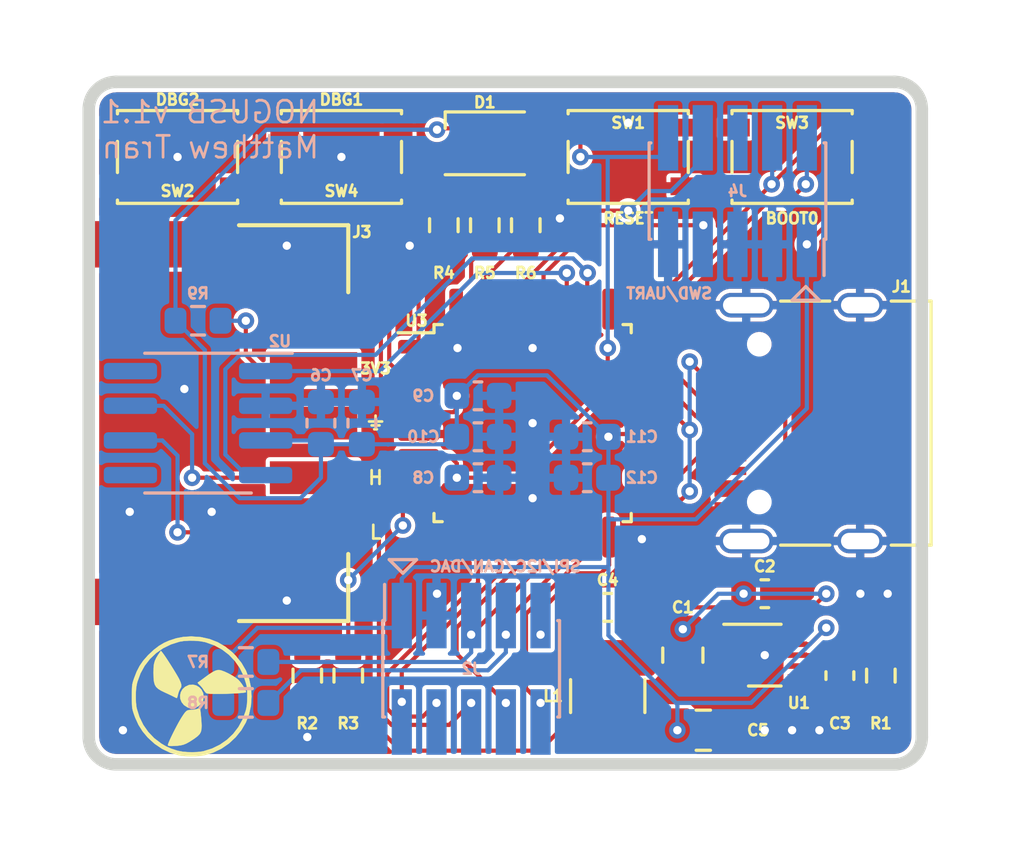
<source format=kicad_pcb>
(kicad_pcb (version 20211014) (generator pcbnew)
  (layers (0 "F.Cu" signal) (31 "B.Cu" signal) (34 "B.Paste" user) (35 "F.Paste" user) (36 "B.SilkS" user "B.Silkscreen") (37 "F.SilkS" user "F.Silkscreen") (38 "B.Mask" user) (39 "F.Mask" user) (44 "Edge.Cuts" user))
  (net 0 "")
  (net 1 "GND")
  (net 2 "+3V3")
  (net 3 "/RST")
  (net 4 "Net-(D1-Pad4)")
  (net 5 "Net-(D1-Pad3)")
  (net 6 "Net-(D1-Pad2)")
  (net 7 "/CAN/CANH")
  (net 8 "/CAN/CANL")
  (net 9 "/LED_B")
  (net 10 "/LED_G")
  (net 11 "/LED_R")
  (net 12 "/DBG2")
  (net 13 "/DBG1")
  (net 14 "/CAN_TX")
  (net 15 "/CAN_RX")
  (net 16 "/NOGGIN/PA2")
  (net 17 "/NOGGIN/PA13(SWDIO)")
  (net 18 "/NOGGIN/PB6")
  (net 19 "/NOGGIN/PD3")
  (net 20 "/NOGGIN/PD2")
  (net 21 "VBUS")
  (net 22 "Net-(C3-Pad1)")
  (net 23 "Net-(C4-Pad2)")
  (net 24 "Net-(C4-Pad1)")
  (net 25 "/USB_CC2")
  (net 26 "/USB_DP")
  (net 27 "Net-(J1-PadA8)")
  (net 28 "/USB_CC1")
  (net 29 "Net-(J1-PadB8)")
  (net 30 "/USB_DM")
  (net 31 "/CAN2_RX")
  (net 32 "/CAN2_TX")
  (net 33 "/DAC")
  (net 34 "/I2C_SCL")
  (net 35 "/SPI_CLK")
  (net 36 "/I2C_SDA")
  (net 37 "/SPI_MISO")
  (net 38 "/SPI_MOSI")
  (net 39 "Net-(J3-Pad1)")
  (net 40 "Net-(J3-Pad2)")
  (net 41 "Net-(J4-Pad6)")
  (net 42 "/BOOT0")
  (net 43 "Net-(R1-Pad2)")
  (net 44 "/VBUS_MON")
  (net 45 "Net-(U1-Pad7)")
  (net 46 "Net-(U2-Pad8)")
  (net 47 "Net-(U2-Pad5)")
  (footprint "LED_SMD:LED_Cree-PLCC4_2x2mm_CW" (layer "F.Cu") (at 148.25 89.75)
    (fp_text reference "D1")
    (fp_text value "LED_ARGB")
  )
  (footprint "Resistor_SMD:R_0603_1608Metric" (layer "F.Cu") (at 146.75 92.75 90)
    (fp_text reference "R4")
    (fp_text value "47")
  )
  (footprint "Resistor_SMD:R_0603_1608Metric" (layer "F.Cu") (at 148.25 92.75 90)
    (fp_text reference "R5")
    (fp_text value "47")
  )
  (footprint "Resistor_SMD:R_0603_1608Metric" (layer "F.Cu") (at 149.75 92.75 90)
    (fp_text reference "R6")
    (fp_text value "47")
  )
  (footprint "Button_Switch_SMD:SW_SPST_PTS810" (layer "F.Cu") (at 137 90.25 180)
    (fp_text reference "SW2")
    (fp_text value "DBG2")
  )
  (footprint "Button_Switch_SMD:SW_SPST_PTS810" (layer "F.Cu") (at 143 90.25 180)
    (fp_text reference "SW4")
    (fp_text value "DBG1")
  )
  (footprint "Button_Switch_SMD:SW_SPST_PTS810" (layer "F.Cu") (at 153.5 90.25)
    (fp_text reference "SW1")
    (fp_text value "RST")
  )
  (footprint "Package_QFP:LQFP-32_7x7mm_P0.8mm" (layer "F.Cu") (at 150 100)
    (fp_text reference "U3")
    (fp_text value "STM32G0B1KxTxN")
  )
  (footprint "Capacitor_SMD:C_0805_2012Metric" (layer "F.Cu") (at 155.5 108.5 -90)
    (fp_text reference "C1")
    (fp_text value "22u")
  )
  (footprint "Capacitor_SMD:C_0603_1608Metric" (layer "F.Cu") (at 161.25 109.25 -90)
    (fp_text reference "C3")
    (fp_text value "1u")
  )
  (footprint "Capacitor_SMD:C_0805_2012Metric" (layer "F.Cu") (at 156.25 111.25)
    (fp_text reference "C5")
    (fp_text value "22u")
  )
  (footprint "Resistor_SMD:R_0603_1608Metric" (layer "F.Cu") (at 143.25 109.25 90)
    (fp_text reference "R2")
    (fp_text value "100k")
  )
  (footprint "Resistor_SMD:R_0603_1608Metric" (layer "F.Cu") (at 141.75 109.25 -90)
    (fp_text reference "R3")
    (fp_text value "10k")
  )
  (footprint "extraparts:MAX77596ETBB+" (layer "F.Cu") (at 158.5 108.5)
    (fp_text reference "U1")
    (fp_text value "MAX77596ETBB+")
  )
  (footprint "Connector_USB:USB_C_Receptacle_Palconn_UTC16-G" (layer "F.Cu") (at 159.75 100 90)
    (fp_text reference "J1")
    (fp_text value "USB4105-GF-A")
  )
  (footprint "Inductor_SMD:L_1210_3225Metric" (layer "F.Cu") (at 152.75 110 -90)
    (fp_text reference "L1")
    (fp_text value "10u")
  )
  (footprint "Capacitor_SMD:C_0603_1608Metric" (layer "F.Cu") (at 158.5 106.25)
    (fp_text reference "C2")
    (fp_text value "100n")
  )
  (footprint "Resistor_SMD:R_0603_1608Metric" (layer "F.Cu") (at 162.75 109.25 -90)
    (fp_text reference "R1")
    (fp_text value "100k")
  )
  (footprint "Button_Switch_SMD:SW_SPST_PTS810" (layer "F.Cu") (at 159.5 90.25)
    (fp_text reference "SW3")
    (fp_text value "BOOT0")
  )
  (footprint "extraparts:Molex_DuraClik_RH_5pin" (layer "F.Cu") (at 133.75 100 -90)
    (fp_text reference "J3")
    (fp_text value "CAN")
  )
  (footprint "Capacitor_SMD:C_0603_1608Metric" (layer "F.Cu") (at 152.75 106.75)
    (fp_text reference "C4")
    (fp_text value "100n")
  )
  (footprint "extraparts:auv_logo" (layer "F.Cu") (at 137.5 110)
    (fp_text reference "H1" hide)
    (fp_text value "Logo" hide)
  )
  (footprint "Capacitor_SMD:C_0603_1608Metric" (layer "B.Cu") (at 142.25 100 90)
    (fp_text reference "C6")
    (fp_text value "100n")
  )
  (footprint "Package_SO:SOIC-8_3.9x4.9mm_P1.27mm" (layer "B.Cu") (at 137.75 100 180)
    (fp_text reference "U2")
    (fp_text value "TCAN330G")
  )
  (footprint "Capacitor_SMD:C_0603_1608Metric" (layer "B.Cu") (at 143.75 100 90)
    (fp_text reference "C7")
    (fp_text value "4.7u")
  )
  (footprint "Capacitor_SMD:C_0603_1608Metric" (layer "B.Cu") (at 148 102)
    (fp_text reference "C8")
    (fp_text value "100n")
  )
  (footprint "Capacitor_SMD:C_0603_1608Metric" (layer "B.Cu") (at 148 100.5)
    (fp_text reference "C10")
    (fp_text value "4.7u")
  )
  (footprint "Capacitor_SMD:C_0603_1608Metric" (layer "B.Cu") (at 152 100.5 180)
    (fp_text reference "C11")
    (fp_text value "100n")
  )
  (footprint "Capacitor_SMD:C_0603_1608Metric" (layer "B.Cu") (at 152 102 180)
    (fp_text reference "C12")
    (fp_text value "4.7u")
  )
  (footprint "Connector_PinHeader_1.27mm:PinHeader_2x05_P1.27mm_Vertical_SMD" (layer "B.Cu") (at 157.5 91.5 90)
    (fp_text reference "J4")
    (fp_text value "SWD_UART")
  )
  (footprint "Resistor_SMD:R_0603_1608Metric" (layer "B.Cu") (at 139.5 108.75 180)
    (fp_text reference "R7")
    (fp_text value "2k2")
  )
  (footprint "Resistor_SMD:R_0603_1608Metric" (layer "B.Cu") (at 139.5 110.25 180)
    (fp_text reference "R8")
    (fp_text value "2k2")
  )
  (footprint "Capacitor_SMD:C_0603_1608Metric" (layer "B.Cu") (at 148 99)
    (fp_text reference "C9")
    (fp_text value "100n")
  )
  (footprint "Connector_PinHeader_1.27mm:PinHeader_2x05_P1.27mm_Vertical_SMD" (layer "B.Cu") (at 147.75 109 -90)
    (fp_text reference "J2")
    (fp_text value "SPI/I2C/CAN/DAC")
  )
  (footprint "Resistor_SMD:R_0603_1608Metric" (layer "B.Cu") (at 137.75 96.25)
    (fp_text reference "R9")
    (fp_text value "0")
  )
  (gr_line (start 160.5 95.5) (end 160 95) (layer "B.SilkS") (width 0.12))
  (gr_line (start 144.75 105) (end 145.25 105.5) (layer "B.SilkS") (width 0.12))
  (gr_line (start 160 95) (end 159.5 95.5) (layer "B.SilkS") (width 0.12))
  (gr_line (start 159.5 95.5) (end 160.5 95.5) (layer "B.SilkS") (width 0.12))
  (gr_line (start 145.75 105) (end 144.75 105) (layer "B.SilkS") (width 0.12))
  (gr_line (start 145.25 105.5) (end 145.75 105) (layer "B.SilkS") (width 0.12))
  (gr_line (start 164.25 111.5) (end 164.25 88.5) (layer "Edge.Cuts") (width 0.4572))
  (gr_line (start 163.25 87.5) (end 134.75 87.5) (layer "Edge.Cuts") (width 0.4572))
  (gr_arc (start 134.75 112.5) (mid 134.042893 112.207107) (end 133.75 111.5) (layer "Edge.Cuts") (width 0.4572))
  (gr_arc (start 133.75 88.5) (mid 134.042893 87.792893) (end 134.75 87.5) (layer "Edge.Cuts") (width 0.4572))
  (gr_line (start 133.75 88.5) (end 133.75 111.5) (layer "Edge.Cuts") (width 0.4572))
  (gr_arc (start 164.25 111.5) (mid 163.957107 112.207107) (end 163.25 112.5) (layer "Edge.Cuts") (width 0.4572))
  (gr_line (start 134.75 112.5) (end 163.25 112.5) (layer "Edge.Cuts") (width 0.4572))
  (gr_arc (start 163.25 87.5) (mid 163.957107 87.792893) (end 164.25 88.5) (layer "Edge.Cuts") (width 0.4572))
  (gr_text "SWD/UART" (at 155 95.25) (layer "B.SilkS") (effects (font (size 0.4 0.4) (thickness 0.1)) (justify mirror)))
  (gr_text "NOGUSB v1.1\nMatthew Tran" (at 142.25 89.25) (layer "B.SilkS") (effects (font (size 0.8 0.8) (thickness 0.1)) (justify left mirror)))
  (gr_text "SPI/I2C/CAN/DAC" (at 149 105.25) (layer "B.SilkS") (effects (font (size 0.4 0.4) (thickness 0.1)) (justify mirror)))
  (gr_text "BOOT0" (at 159.5 92.5) (layer "F.SilkS") (effects (font (size 0.4 0.4) (thickness 0.1))))
  (gr_text "DBG1" (at 143 88.15) (layer "F.SilkS") (effects (font (size 0.4 0.4) (thickness 0.1))))
  (gr_text "DBG2" (at 137 88.15) (layer "F.SilkS") (effects (font (size 0.4 0.4) (thickness 0.1))))
  (gr_text "⏚" (at 144.25 100) (layer "F.SilkS") (effects (font (size 0.5 0.5) (thickness 0.1))))
  (gr_text "H" (at 144.25 102) (layer "F.SilkS") (effects (font (size 0.5 0.5) (thickness 0.1))))
  (gr_text "3V3" (at 144.25 98) (layer "F.SilkS") (effects (font (size 0.4 0.4) (thickness 0.1))))
  (gr_text "RESET" (at 153.5 92.5) (layer "F.SilkS") (effects (font (size 0.4 0.4) (thickness 0.1))))
  (gr_text "L" (at 144.25 104) (layer "F.SilkS") (effects (font (size 0.5 0.5) (thickness 0.1))))
  (segment (start 157.3062 108.899999) (end 157.3062 109.300001) (width 0.1524) (layer "F.Cu") (net 1))
  (via (at 137 90.25) (size 0.6096) (drill 0.3048) (layers "F.Cu" "B.Cu") (net 1))
  (via (at 143 90.25) (size 0.6096) (drill 0.3048) (layers "F.Cu" "B.Cu") (net 1))
  (via (at 150 100) (size 0.6096) (drill 0.3048) (layers "F.Cu" "B.Cu") (net 1))
  (via (at 160.5 111.25) (size 0.6096) (drill 0.3048) (layers "F.Cu" "B.Cu") (net 1))
  (via (at 141 93.5) (size 0.6096) (drill 0.3048) (layers "F.Cu" "B.Cu") (net 1))
  (via (at 145.5 93.5) (size 0.6096) (drill 0.3048) (layers "F.Cu" "B.Cu") (net 1))
  (via (at 138.25 103.25) (size 0.6096) (drill 0.3048) (layers "F.Cu" "B.Cu") (net 1))
  (via (at 163 106.25) (size 0.6096) (drill 0.3048) (layers "F.Cu" "B.Cu") (net 1))
  (via (at 141 106.5) (size 0.6096) (drill 0.3048) (layers "F.Cu" "B.Cu") (net 1))
  (via (at 162 106.25) (size 0.6096) (drill 0.3048) (layers "F.Cu" "B.Cu") (net 1))
  (via (at 153.5 89) (size 0.6096) (drill 0.3048) (layers "F.Cu" "B.Cu") (net 1))
  (via (at 146.5 106.25) (size 0.6096) (drill 0.3048) (layers "F.Cu" "B.Cu") (net 1))
  (via (at 147.25 97.25) (size 0.6096) (drill 0.3048) (layers "F.Cu" "B.Cu") (net 1))
  (via (at 141.75 111.5) (size 0.6096) (drill 0.3048) (layers "F.Cu" "B.Cu") (net 1))
  (via (at 150 97.25) (size 0.6096) (drill 0.3048) (layers "F.Cu" "B.Cu") (net 1))
  (via (at 137.25 98.75) (size 0.6096) (drill 0.3048) (layers "F.Cu" "B.Cu") (net 1))
  (via (at 158.5 111.25) (size 0.6096) (drill 0.3048) (layers "F.Cu" "B.Cu") (net 1))
  (via (at 151 92.5) (size 0.6096) (drill 0.3048) (layers "F.Cu" "B.Cu") (net 1))
  (via (at 154 104.25) (size 0.6096) (drill 0.3048) (layers "F.Cu" "B.Cu") (net 1))
  (via (at 135.25 103.25) (size 0.6096) (drill 0.3048) (layers "F.Cu" "B.Cu") (net 1))
  (via (at 135 111.25) (size 0.6096) (drill 0.3048) (layers "F.Cu" "B.Cu") (net 1))
  (via (at 159.5 111.25) (size 0.6096) (drill 0.3048) (layers "F.Cu" "B.Cu") (net 1))
  (via (at 158.5 108.5) (size 0.6096) (drill 0.3048) (layers "F.Cu" "B.Cu") (net 1))
  (via (at 150 102.75) (size 0.6096) (drill 0.3048) (layers "F.Cu" "B.Cu") (net 1))
  (segment (start 147.1 99.6) (end 147.225 99.475) (width 0.1524) (layer "F.Cu") (net 2))
  (segment (start 160.149999 108.100001) (end 160.75 107.5) (width 0.1524) (layer "F.Cu") (net 2))
  (segment (start 146.550006 89.2) (end 146.500006 89.25) (width 0.1524) (layer "F.Cu") (net 2))
  (segment (start 159.6938 108.100001) (end 160.149999 108.100001) (width 0.1524) (layer "F.Cu") (net 2))
  (segment (start 161.575 91.325) (end 161.575 91.915) (width 0.1524) (layer "F.Cu") (net 2))
  (segment (start 154.175 100.4) (end 152.875 100.4) (width 0.1524) (layer "F.Cu") (net 2))
  (segment (start 152.875 100.4) (end 152.775 100.5) (width 0.1524) (layer "F.Cu") (net 2))
  (segment (start 161.575 91.915) (end 160.04 93.45) (width 0.1524) (layer "F.Cu") (net 2))
  (segment (start 147.225 99.475) (end 147.225 99) (width 0.1524) (layer "F.Cu") (net 2))
  (segment (start 145.825 99.6) (end 147.1 99.6) (width 0.1524) (layer "F.Cu") (net 2))
  (segment (start 147.5 89.2) (end 146.550006 89.2) (width 0.1524) (layer "F.Cu") (net 2))
  (via (at 146.500006 89.25) (size 0.6096) (drill 0.3048) (layers "F.Cu" "B.Cu") (net 2))
  (via (at 155.3 111.25) (size 0.6096) (drill 0.3048) (layers "F.Cu" "B.Cu") (net 2))
  (via (at 160.04 93.45) (size 0.6096) (drill 0.3048) (layers "F.Cu" "B.Cu") (net 2))
  (via (at 152.775 100.5) (size 0.6096) (drill 0.3048) (layers "F.Cu" "B.Cu") (net 2))
  (via (at 160.75 107.5) (size 0.6096) (drill 0.3048) (layers "F.Cu" "B.Cu") (net 2))
  (via (at 147.225 99) (size 0.6096) (drill 0.3048) (layers "F.Cu" "B.Cu") (net 2))
  (segment (start 141.5 102.75) (end 139.279782 102.75) (width 0.1524) (layer "B.Cu") (net 2))
  (segment (start 138.675 108.75) (end 138.675 110.25) (width 0.1524) (layer "B.Cu") (net 2))
  (segment (start 155.975 103.525) (end 160.04 99.46) (width 0.1524) (layer "B.Cu") (net 2))
  (segment (start 145.21 107.5) (end 139.925 107.5) (width 0.1524) (layer "B.Cu") (net 2))
  (segment (start 150.525 98.25) (end 152.775 100.5) (width 0.1524) (layer "B.Cu") (net 2))
  (segment (start 142.25 102) (end 141.5 102.75) (width 0.1524) (layer "B.Cu") (net 2))
  (segment (start 145.21 105.6976) (end 145.6326 105.275) (width 0.1524) (layer "B.Cu") (net 2))
  (segment (start 155.3 111.25) (end 155.3 110.3) (width 0.1524) (layer "B.Cu") (net 2))
  (segment (start 143.75 100.775) (end 142.25 100.775) (width 0.1524) (layer "B.Cu") (net 2))
  (segment (start 142.11 100.635) (end 142.25 100.775) (width 0.1524) (layer "B.Cu") (net 2))
  (segment (start 155.25 110.25) (end 152.775 107.775) (width 0.1524) (layer "B.Cu") (net 2))
  (segment (start 139.925 107.5) (end 138.675 108.75) (width 0.1524) (layer "B.Cu") (net 2))
  (segment (start 160.75 107.5) (end 158 110.25) (width 0.1524) (layer "B.Cu") (net 2))
  (segment (start 147.25 99) (end 148 98.25) (width 0.1524) (layer "B.Cu") (net 2))
  (segment (start 146.95 100.775) (end 147.225 100.5) (width 0.1524) (layer "B.Cu") (net 2))
  (segment (start 144.71 100.79) (end 144.725 100.775) (width 0.1524) (layer "B.Cu") (net 2))
  (segment (start 152.775 100.5) (end 152.775 102) (width 0.1524) (layer "B.Cu") (net 2))
  (segment (start 152.775 103.525) (end 155.975 103.525) (width 0.1524) (layer "B.Cu") (net 2))
  (segment (start 145.21 107.05) (end 145.21 105.6976) (width 0.1524) (layer "B.Cu") (net 2))
  (segment (start 140.25 89.25) (end 146.500006 89.25) (width 0.1524) (layer "B.Cu") (net 2))
  (segment (start 143.75 100.775) (end 144.725 100.775) (width 0.1524) (layer "B.Cu") (net 2))
  (segment (start 140.225 100.635) (end 142.11 100.635) (width 0.1524) (layer "B.Cu") (net 2))
  (segment (start 138 101.470218) (end 138 97.325) (width 0.1524) (layer "B.Cu") (net 2))
  (segment (start 142.25 100.775) (end 142.25 102) (width 0.1524) (layer "B.Cu") (net 2))
  (segment (start 152.775 103.525) (end 152.775 102) (width 0.1524) (layer "B.Cu") (net 2))
  (segment (start 144.725 100.775) (end 146.95 100.775) (width 0.1524) (layer "B.Cu") (net 2))
  (segment (start 145.6326 105.275) (end 152.775 105.275) (width 0.1524) (layer "B.Cu") (net 2))
  (segment (start 136.925 96.25) (end 136.925 92.575) (width 0.1524) (layer "B.Cu") (net 2))
  (segment (start 147.225 99) (end 147.225 100.5) (width 0.1524) (layer "B.Cu") (net 2))
  (segment (start 152.775 107.775) (end 152.775 105.275) (width 0.1524) (layer "B.Cu") (net 2))
  (segment (start 158 110.25) (end 155.25 110.25) (width 0.1524) (layer "B.Cu") (net 2))
  (segment (start 160.04 99.46) (end 160.04 93.45) (width 0.1524) (layer "B.Cu") (net 2))
  (segment (start 136.925 92.575) (end 140.25 89.25) (width 0.1524) (layer "B.Cu") (net 2))
  (segment (start 138 97.325) (end 136.925 96.25) (width 0.1524) (layer "B.Cu") (net 2))
  (segment (start 155.3 110.3) (end 155.25 110.25) (width 0.1524) (layer "B.Cu") (net 2))
  (segment (start 152.775 105.275) (end 152.775 103.525) (width 0.1524) (layer "B.Cu") (net 2))
  (segment (start 148 98.25) (end 150.525 98.25) (width 0.1524) (layer "B.Cu") (net 2))
  (segment (start 145.21 107.05) (end 145.21 107.5) (width 0.1524) (layer "B.Cu") (net 2))
  (segment (start 139.279782 102.75) (end 138 101.470218) (width 0.1524) (layer "B.Cu") (net 2))
  (segment (start 147.225 99) (end 147.25 99) (width 0.1524) (layer "B.Cu") (net 2))
  (segment (start 149.5 102) (end 152.74998 98.75002) (width 0.1524) (layer "F.Cu") (net 3))
  (segment (start 152.74998 98.75002) (end 152.74998 97.25) (width 0.1524) (layer "F.Cu") (net 3))
  (segment (start 145.825 101.2) (end 146.95 101.2) (width 0.1524) (layer "F.Cu") (net 3))
  (segment (start 147.225 102) (end 149.5 102) (width 0.1524) (layer "F.Cu") (net 3))
  (segment (start 151.75 90.25) (end 151.75 89) (width 0.1524) (layer "F.Cu") (net 3))
  (segment (start 147.225 101.475) (end 147.225 102) (width 0.1524) (layer "F.Cu") (net 3))
  (segment (start 146.95 101.2) (end 147.225 101.475) (width 0.1524) (layer "F.Cu") (net 3))
  (via (at 152.74998 97.25) (size 0.6096) (drill 0.3048) (layers "F.Cu" "B.Cu") (net 3))
  (via (at 151.75 90.25) (size 0.6096) (drill 0.3048) (layers "F.Cu" "B.Cu") (net 3))
  (via (at 147.225 102) (size 0.6096) (drill 0.3048) (layers "F.Cu" "B.Cu") (net 3))
  (segment (start 152.75 97.24998) (end 152.74998 97.25) (width 0.1524) (layer "B.Cu") (net 3))
  (segment (start 152.75 90.25) (end 152.75 97.24998) (width 0.1524) (layer "B.Cu") (net 3))
  (segment (start 151.75 90.25) (end 152.75 90.25) (width 0.1524) (layer "B.Cu") (net 3))
  (segment (start 151.75 90.25) (end 155 90.25) (width 0.1524) (layer "B.Cu") (net 3))
  (segment (start 147.5 91.175) (end 147.5 90.3) (width 0.1524) (layer "F.Cu") (net 4))
  (segment (start 146.75 91.925) (end 147.5 91.175) (width 0.1524) (layer "F.Cu") (net 4))
  (segment (start 148.25 91.925) (end 149 91.175) (width 0.1524) (layer "F.Cu") (net 5))
  (segment (start 149 91.175) (end 149 90.3) (width 0.1524) (layer "F.Cu") (net 5))
  (segment (start 149.6524 89.2) (end 149.75 89.2976) (width 0.1524) (layer "F.Cu") (net 6))
  (segment (start 149 89.2) (end 149.6524 89.2) (width 0.1524) (layer "F.Cu") (net 6))
  (segment (start 149.75 89.2976) (end 149.75 91.925) (width 0.1524) (layer "F.Cu") (net 6))
  (segment (start 137.5334 102) (end 141.98 102) (width 0.1524) (layer "F.Cu") (net 7))
  (via (at 137.5334 102) (size 0.6096) (drill 0.3048) (layers "F.Cu" "B.Cu") (net 7))
  (segment (start 136.49 99.365) (end 137.5334 100.4084) (width 0.1524) (layer "B.Cu") (net 7))
  (segment (start 137.5334 100.4084) (end 137.5334 102) (width 0.1524) (layer "B.Cu") (net 7))
  (segment (start 135.275 99.365) (end 136.49 99.365) (width 0.1524) (layer "B.Cu") (net 7))
  (segment (start 137 104) (end 141.98 104) (width 0.1524) (layer "F.Cu") (net 8))
  (via (at 137 104) (size 0.6096) (drill 0.3048) (layers "F.Cu" "B.Cu") (net 8))
  (segment (start 137 101.1925) (end 137 104) (width 0.1524) (layer "B.Cu") (net 8))
  (segment (start 136.4425 100.635) (end 137 101.1925) (width 0.1524) (layer "B.Cu") (net 8))
  (segment (start 135.275 100.635) (end 136.4425 100.635) (width 0.1524) (layer "B.Cu") (net 8))
  (segment (start 145.825 94.5) (end 146.75 93.575) (width 0.1524) (layer "F.Cu") (net 9))
  (segment (start 145.825 97.2) (end 145.825 94.5) (width 0.1524) (layer "F.Cu") (net 9))
  (segment (start 147.2 95.825) (end 147.2 95.3) (width 0.1524) (layer "F.Cu") (net 10))
  (segment (start 147.75 94.75) (end 147.75 94.075) (width 0.1524) (layer "F.Cu") (net 10))
  (segment (start 147.75 94.075) (end 148.25 93.575) (width 0.1524) (layer "F.Cu") (net 10))
  (segment (start 147.2 95.3) (end 147.75 94.75) (width 0.1524) (layer "F.Cu") (net 10))
  (segment (start 149.356067 93.575) (end 149.75 93.575) (width 0.1524) (layer "F.Cu") (net 11))
  (segment (start 148 95.825) (end 148 94.931067) (width 0.1524) (layer "F.Cu") (net 11))
  (segment (start 148 94.931067) (end 149.356067 93.575) (width 0.1524) (layer "F.Cu") (net 11))
  (segment (start 144 92) (end 140 92) (width 0.1524) (layer "F.Cu") (net 12))
  (segment (start 144.8 98.8) (end 144.44519 98.44519) (width 0.1524) (layer "F.Cu") (net 12))
  (segment (start 144.44519 92.44519) (end 144 92) (width 0.1524) (layer "F.Cu") (net 12))
  (segment (start 139.325 91.325) (end 139.075 91.325) (width 0.1524) (layer "F.Cu") (net 12))
  (segment (start 145.825 98.8) (end 144.8 98.8) (width 0.1524) (layer "F.Cu") (net 12))
  (segment (start 140 92) (end 139.325 91.325) (width 0.1524) (layer "F.Cu") (net 12))
  (segment (start 144.44519 98.44519) (end 144.44519 92.44519) (width 0.1524) (layer "F.Cu") (net 12))
  (segment (start 144.95625 98) (end 144.75 97.79375) (width 0.1524) (layer "F.Cu") (net 13))
  (segment (start 144.75 97.79375) (end 144.75 91.25) (width 0.1524) (layer "F.Cu") (net 13))
  (segment (start 145.825 98) (end 144.95625 98) (width 0.1524) (layer "F.Cu") (net 13))
  (segment (start 151.2 95.825) (end 151.250056 95.774944) (width 0.1524) (layer "F.Cu") (net 14))
  (segment (start 151.250056 95.774944) (end 151.250056 94.5) (width 0.1524) (layer "F.Cu") (net 14))
  (via (at 151.250056 94.5) (size 0.6096) (drill 0.3048) (layers "F.Cu" "B.Cu") (net 14))
  (segment (start 144.405 98.095) (end 148 94.5) (width 0.1524) (layer "B.Cu") (net 14))
  (segment (start 148 94.5) (end 151.250056 94.5) (width 0.1524) (layer "B.Cu") (net 14))
  (segment (start 140.225 98.095) (end 144.405 98.095) (width 0.1524) (layer "B.Cu") (net 14))
  (segment (start 152 95.825) (end 152 94.512047) (width 0.1524) (layer "F.Cu") (net 15))
  (segment (start 152 94.512047) (end 152.012059 94.499988) (width 0.1524) (layer "F.Cu") (net 15))
  (via (at 152.012059 94.499988) (size 0.6096) (drill 0.3048) (layers "F.Cu" "B.Cu") (net 15))
  (segment (start 144.25 97.5) (end 139.279782 97.5) (width 0.1524) (layer "B.Cu") (net 15))
  (segment (start 151.47867 93.966599) (end 147.783401 93.966599) (width 0.1524) (layer "B.Cu") (net 15))
  (segment (start 152.012059 94.499988) (end 151.47867 93.966599) (width 0.1524) (layer "B.Cu") (net 15))
  (segment (start 138.75 98.029782) (end 138.75 101.15) (width 0.1524) (layer "B.Cu") (net 15))
  (segment (start 139.505 101.905) (end 140.225 101.905) (width 0.1524) (layer "B.Cu") (net 15))
  (segment (start 147.783401 93.966599) (end 144.25 97.5) (width 0.1524) (layer "B.Cu") (net 15))
  (segment (start 139.279782 97.5) (end 138.75 98.029782) (width 0.1524) (layer "B.Cu") (net 15))
  (segment (start 138.75 101.15) (end 139.505 101.905) (width 0.1524) (layer "B.Cu") (net 15))
  (segment (start 154.75 95.75) (end 154.75 97.2) (width 0.1524) (layer "F.Cu") (net 17))
  (segment (start 158.5 92) (end 154.75 95.75) (width 0.1524) (layer "F.Cu") (net 17))
  (segment (start 159.25 92) (end 158.5 92) (width 0.1524) (layer "F.Cu") (net 17))
  (segment (start 160 91.25) (end 159.25 92) (width 0.1524) (layer "F.Cu") (net 17))
  (segment (start 154.75 97.2) (end 154.175 97.2) (width 0.1524) (layer "F.Cu") (net 17))
  (via (at 160 91.25) (size 0.6096) (drill 0.3048) (layers "F.Cu" "B.Cu") (net 17))
  (segment (start 160.04 91.21) (end 160 91.25) (width 0.1524) (layer "B.Cu") (net 17))
  (segment (start 160.04 89.55) (end 160.04 91.21) (width 0.1524) (layer "B.Cu") (net 17))
  (segment (start 149.6 94.929556) (end 152.312956 92.2166) (width 0.1524) (layer "F.Cu") (net 19))
  (segment (start 149.6 95.825) (end 149.6 94.929556) (width 0.1524) (layer "F.Cu") (net 19))
  (segment (start 152.312956 92.2166) (end 153.5 92.2166) (width 0.1524) (layer "F.Cu") (net 19))
  (via (at 153.5 92.2166) (size 0.6096) (drill 0.3048) (layers "F.Cu" "B.Cu") (net 19))
  (segment (start 155.0662 91.5) (end 156.23 90.3362) (width 0.1524) (layer "B.Cu") (net 19))
  (segment (start 153.5 92.2166) (end 154.2166 91.5) (width 0.1524) (layer "B.Cu") (net 19))
  (segment (start 154.2166 91.5) (end 155.0662 91.5) (width 0.1524) (layer "B.Cu") (net 19))
  (segment (start 156.23 90.3362) (end 156.23 89.55) (width 0.1524) (layer "B.Cu") (net 19))
  (segment (start 150.4 94.560622) (end 150.4 95.825) (width 0.1524) (layer "F.Cu") (net 20))
  (segment (start 156.25 92.75) (end 152.210622 92.75) (width 0.1524) (layer "F.Cu") (net 20))
  (segment (start 152.210622 92.75) (end 150.4 94.560622) (width 0.1524) (layer "F.Cu") (net 20))
  (via (at 156.25 92.75) (size 0.6096) (drill 0.3048) (layers "F.Cu" "B.Cu") (net 20))
  (segment (start 156.23 92.77) (end 156.25 92.75) (width 0.1524) (layer "B.Cu") (net 20))
  (segment (start 156.23 93.45) (end 156.23 92.77) (width 0.1524) (layer "B.Cu") (net 20))
  (segment (start 151 106.608498) (end 151.663277 105.945221) (width 0.1524) (layer "F.Cu") (net 21))
  (segment (start 156.3 107.55) (end 155.5 107.55) (width 0.1524) (layer "F.Cu") (net 21))
  (segment (start 157.39 102.25) (end 159.25 102.25) (width 0.1524) (layer "F.Cu") (net 21))
  (segment (start 157.3062 108.100001) (end 156.850001 108.100001) (width 0.1524) (layer "F.Cu") (net 21))
  (segment (start 159.6938 107.699999) (end 159.6938 107.3062) (width 0.1524) (layer "F.Cu") (net 21))
  (segment (start 143.25 110.075) (end 145.175 112) (width 0.1524) (layer "F.Cu") (net 21))
  (segment (start 159.6938 107.3062) (end 160.749974 106.250026) (width 0.1524) (layer "F.Cu") (net 21))
  (segment (start 150.25 112) (end 151 111.25) (width 0.1524) (layer "F.Cu") (net 21))
  (segment (start 157.24 97.6) (end 157.9724 97.6) (width 0.1524) (layer "F.Cu") (net 21))
  (segment (start 159.25 104.725) (end 157.72498 106.25002) (width 0.1524) (layer "F.Cu") (net 21))
  (segment (start 145.175 112) (end 150.25 112) (width 0.1524) (layer "F.Cu") (net 21))
  (segment (start 157.420181 105.945221) (end 157.72498 106.25002) (width 0.1524) (layer "F.Cu") (net 21))
  (segment (start 157.9724 97.6) (end 159.25 98.8776) (width 0.1524) (layer "F.Cu") (net 21))
  (segment (start 159.25 98.8776) (end 159.25 102.25) (width 0.1524) (layer "F.Cu") (net 21))
  (segment (start 156.850001 108.100001) (end 156.3 107.55) (width 0.1524) (layer "F.Cu") (net 21))
  (segment (start 160.749974 106.250026) (end 160.75 106.250026) (width 0.1524) (layer "F.Cu") (net 21))
  (segment (start 151.663277 105.945221) (end 157.420181 105.945221) (width 0.1524) (layer "F.Cu") (net 21))
  (segment (start 151 111.25) (end 151 106.608498) (width 0.1524) (layer "F.Cu") (net 21))
  (segment (start 159.25 102.25) (end 159.25 104.725) (width 0.1524) (layer "F.Cu") (net 21))
  (segment (start 157.24 102.4) (end 157.39 102.25) (width 0.1524) (layer "F.Cu") (net 21))
  (via (at 157.72498 106.25002) (size 0.6096) (drill 0.3048) (layers "F.Cu" "B.Cu") (net 21))
  (via (at 160.75 106.25) (size 0.6096) (drill 0.3048) (layers "F.Cu" "B.Cu") (net 21))
  (via (at 155.5 107.55) (size 0.6096) (drill 0.3048) (layers "F.Cu" "B.Cu") (net 21))
  (segment (start 156.79998 106.25002) (end 157.72498 106.25002) (width 0.1524) (layer "B.Cu") (net 21))
  (segment (start 157.72498 106.25002) (end 157.725 106.25) (width 0.1524) (layer "B.Cu") (net 21))
  (segment (start 160.749974 106.25) (end 160.75 106.250026) (width 0.1524) (layer "B.Cu") (net 21))
  (segment (start 157.725 106.25) (end 160.749974 106.25) (width 0.1524) (layer "B.Cu") (net 21))
  (segment (start 155.5 107.55) (end 156.79998 106.25002) (width 0.1524) (layer "B.Cu") (net 21))
  (segment (start 162.75 108.425) (end 161.3 108.425) (width 0.1524) (layer "F.Cu") (net 22))
  (segment (start 161.225 108.5) (end 161.25 108.475) (width 0.1524) (layer "F.Cu") (net 22))
  (segment (start 161.3 108.425) (end 161.25 108.475) (width 0.1524) (layer "F.Cu") (net 22))
  (segment (start 159.6938 108.5) (end 161.225 108.5) (width 0.1524) (layer "F.Cu") (net 22))
  (segment (start 157.3062 107.699999) (end 157.3062 107.378099) (width 0.1524) (layer "F.Cu") (net 23))
  (segment (start 156.678101 106.75) (end 153.525 106.75) (width 0.1524) (layer "F.Cu") (net 23))
  (segment (start 157.3062 107.378099) (end 156.678101 106.75) (width 0.1524) (layer "F.Cu") (net 23))
  (segment (start 151.975 106.75) (end 151.975 108.6) (width 0.1524) (layer "F.Cu") (net 24))
  (segment (start 151.975 108.6) (end 152.75 108.6) (width 0.1524) (layer "F.Cu") (net 24))
  (segment (start 155.45 102.8) (end 155.75 102.5) (width 0.1524) (layer "F.Cu") (net 25))
  (segment (start 154.175 99.6) (end 155.1 99.6) (width 0.1524) (layer "F.Cu") (net 25))
  (segment (start 156.25 98.25) (end 157.24 98.25) (width 0.1524) (layer "F.Cu") (net 25))
  (segment (start 154.175 102.8) (end 155.45 102.8) (width 0.1524) (layer "F.Cu") (net 25))
  (segment (start 155.1 99.6) (end 155.75 100.25) (width 0.1524) (layer "F.Cu") (net 25))
  (segment (start 155.75 97.75) (end 156.25 98.25) (width 0.1524) (layer "F.Cu") (net 25))
  (via (at 155.75 97.75) (size 0.6096) (drill 0.3048) (layers "F.Cu" "B.Cu") (net 25))
  (via (at 155.75 102.5) (size 0.6096) (drill 0.3048) (layers "F.Cu" "B.Cu") (net 25))
  (via (at 155.75 100.25) (size 0.6096) (drill 0.3048) (layers "F.Cu" "B.Cu") (net 25))
  (segment (start 155.75 102.5) (end 155.75 100.25) (width 0.1524) (layer "B.Cu") (net 25))
  (segment (start 155.75 100.25) (end 155.75 97.75) (width 0.1524) (layer "B.Cu") (net 25))
  (segment (start 155.049259 98) (end 156.299259 99.25) (width 0.1524) (layer "F.Cu") (net 26))
  (segment (start 154.175 98) (end 155.049259 98) (width 0.1524) (layer "F.Cu") (net 26))
  (segment (start 158 100.25) (end 158.1 100.15) (width 0.1524) (layer "F.Cu") (net 26))
  (segment (start 158.1 100.15) (end 158.1 99.3776) (width 0.1524) (layer "F.Cu") (net 26))
  (segment (start 157.24 100.25) (end 158 100.25) (width 0.1524) (layer "F.Cu") (net 26))
  (segment (start 156.299259 99.25) (end 157.24 99.25) (width 0.1524) (layer "F.Cu") (net 26))
  (segment (start 158.1 99.3776) (end 157.9724 99.25) (width 0.1524) (layer "F.Cu") (net 26))
  (segment (start 157.9724 99.25) (end 157.24 99.25) (width 0.1524) (layer "F.Cu") (net 26))
  (segment (start 156.049259 101.25) (end 157.24 101.25) (width 0.1524) (layer "F.Cu") (net 28))
  (segment (start 154.175 102) (end 155.299259 102) (width 0.1524) (layer "F.Cu") (net 28))
  (segment (start 155.299259 102) (end 156.049259 101.25) (width 0.1524) (layer "F.Cu") (net 28))
  (segment (start 154.175 102) (end 154.175 101.2) (width 0.1524) (layer "F.Cu") (net 28))
  (segment (start 155.029363 98.8) (end 155.979363 99.75) (width 0.1524) (layer "F.Cu") (net 30))
  (segment (start 157.24 100.75) (end 156.5076 100.75) (width 0.1524) (layer "F.Cu") (net 30))
  (segment (start 154.175 98.8) (end 155.029363 98.8) (width 0.1524) (layer "F.Cu") (net 30))
  (segment (start 156.4 100.6424) (end 156.4 99.75) (width 0.1524) (layer "F.Cu") (net 30))
  (segment (start 155.979363 99.75) (end 157.24 99.75) (width 0.1524) (layer "F.Cu") (net 30))
  (segment (start 156.5076 100.75) (end 156.4 100.6424) (width 0.1524) (layer "F.Cu") (net 30))
  (segment (start 152 104.746364) (end 149.756599 106.989765) (width 0.1524) (layer "F.Cu") (net 31))
  (segment (start 149.756599 106.989765) (end 149.756599 109.716599) (width 0.1524) (layer "F.Cu") (net 31))
  (segment (start 152 104.175) (end 152 104.746364) (width 0.1524) (layer "F.Cu") (net 31))
  (segment (start 149.756599 109.716599) (end 150.29 110.25) (width 0.1524) (layer "F.Cu") (net 31))
  (via (at 150.29 110.25) (size 0.6096) (drill 0.3048) (layers "F.Cu" "B.Cu") (net 31))
  (segment (start 152.8 104.175) (end 152.8 105.2) (width 0.1524) (layer "F.Cu") (net 32))
  (segment (start 151.677432 105.5) (end 150.29 106.887432) (width 0.1524) (layer "F.Cu") (net 32))
  (segment (start 152.8 105.2) (end 152.5 105.5) (width 0.1524) (layer "F.Cu") (net 32))
  (segment (start 152.5 105.5) (end 151.677432 105.5) (width 0.1524) (layer "F.Cu") (net 32))
  (segment (start 150.29 106.887432) (end 150.29 107.75) (width 0.1524) (layer "F.Cu") (net 32))
  (via (at 150.29 107.75) (size 0.6096) (drill 0.3048) (layers "F.Cu" "B.Cu") (net 32))
  (segment (start 147.216599 107.493967) (end 147.216599 108.446599) (width 0.1524) (layer "F.Cu") (net 33))
  (segment (start 147.216599 108.446599) (end 149.02 110.25) (width 0.1524) (layer "F.Cu") (net 33))
  (segment (start 149.6 105.110566) (end 147.216599 107.493967) (width 0.1524) (layer "F.Cu") (net 33))
  (segment (start 149.6 104.175) (end 149.6 105.110566) (width 0.1524) (layer "F.Cu") (net 33))
  (via (at 149.02 110.25) (size 0.6096) (drill 0.3048) (layers "F.Cu" "B.Cu") (net 33))
  (segment (start 151.2 104.175) (end 151.2 105.07) (width 0.1524) (layer "F.Cu") (net 34))
  (segment (start 151.2 105.07) (end 149.02 107.25) (width 0.1524) (layer "F.Cu") (net 34))
  (segment (start 149.02 107.25) (end 149.02 107.75) (width 0.1524) (layer "F.Cu") (net 34))
  (via (at 149.02 107.75) (size 0.6096) (drill 0.3048) (layers "F.Cu" "B.Cu") (net 34))
  (segment (start 141.520191 109.054809) (end 140.325 110.25) (width 0.1524) (layer "B.Cu") (net 34))
  (segment (start 148.367591 109.054809) (end 141.520191 109.054809) (width 0.1524) (layer "B.Cu") (net 34))
  (segment (start 149.02 108.4024) (end 148.367591 109.054809) (width 0.1524) (layer "B.Cu") (net 34))
  (segment (start 149.02 107.05) (end 149.02 108.4024) (width 0.1524) (layer "B.Cu") (net 34))
  (segment (start 144.37179 110.592286) (end 144.834314 111.05481) (width 0.1524) (layer "F.Cu") (net 35))
  (segment (start 144.75 102) (end 144.37179 102.37821) (width 0.1524) (layer "F.Cu") (net 35))
  (segment (start 144.37179 102.37821) (end 144.37179 110.592286) (width 0.1524) (layer "F.Cu") (net 35))
  (segment (start 144.834314 111.05481) (end 146.94519 111.05481) (width 0.1524) (layer "F.Cu") (net 35))
  (segment (start 145.825 102) (end 144.75 102) (width 0.1524) (layer "F.Cu") (net 35))
  (segment (start 146.94519 111.05481) (end 147.75 110.25) (width 0.1524) (layer "F.Cu") (net 35))
  (via (at 147.75 110.25) (size 0.6096) (drill 0.3048) (layers "F.Cu" "B.Cu") (net 35))
  (segment (start 150.4 105.1) (end 147.75 107.75) (width 0.1524) (layer "F.Cu") (net 36))
  (segment (start 150.4 104.175) (end 150.4 105.1) (width 0.1524) (layer "F.Cu") (net 36))
  (via (at 147.75 107.75) (size 0.6096) (drill 0.3048) (layers "F.Cu" "B.Cu") (net 36))
  (segment (start 147.4024 108.75) (end 140.325 108.75) (width 0.1524) (layer "B.Cu") (net 36))
  (segment (start 147.75 107.05) (end 147.75 108.4024) (width 0.1524) (layer "B.Cu") (net 36))
  (segment (start 147.75 108.4024) (end 147.4024 108.75) (width 0.1524) (layer "B.Cu") (net 36))
  (segment (start 148 104.175) (end 148 105.848434) (width 0.1524) (layer "F.Cu") (net 37))
  (segment (start 144.676599 109.171835) (end 144.676599 110.466029) (width 0.1524) (layer "F.Cu") (net 37))
  (segment (start 145.98 110.75) (end 146.48 110.25) (width 0.1524) (layer "F.Cu") (net 37))
  (segment (start 144.676599 110.466029) (end 144.96057 110.75) (width 0.1524) (layer "F.Cu") (net 37))
  (segment (start 144.96057 110.75) (end 145.98 110.75) (width 0.1524) (layer "F.Cu") (net 37))
  (segment (start 148 105.848434) (end 144.676599 109.171835) (width 0.1524) (layer "F.Cu") (net 37))
  (via (at 146.48 110.25) (size 0.6096) (drill 0.3048) (layers "F.Cu" "B.Cu") (net 37))
  (segment (start 148.8 105.4795) (end 145.21 109.0695) (width 0.1524) (layer "F.Cu") (net 38))
  (segment (start 145.21 109.0695) (end 145.21 110.209996) (width 0.1524) (layer "F.Cu") (net 38))
  (segment (start 148.8 104.175) (end 148.8 105.4795) (width 0.1524) (layer "F.Cu") (net 38))
  (via (at 145.21 110.209996) (size 0.6096) (drill 0.3048) (layers "F.Cu" "B.Cu") (net 38))
  (segment (start 141.98 98) (end 140 98) (width 0.1524) (layer "F.Cu") (net 40))
  (segment (start 140 98) (end 139.5 97.5) (width 0.1524) (layer "F.Cu") (net 40))
  (segment (start 139.5 97.5) (end 139.5 96.25) (width 0.1524) (layer "F.Cu") (net 40))
  (via (at 139.5 96.25) (size 0.6096) (drill 0.3048) (layers "F.Cu" "B.Cu") (net 40))
  (segment (start 138.575 96.25) (end 139.5 96.25) (width 0.1524) (layer "B.Cu") (net 40))
  (segment (start 152.8 95.5) (end 154.5 95.5) (width 0.1524) (layer "F.Cu") (net 42))
  (segment (start 160.825 89.175) (end 161.575 89.175) (width 0.1524) (layer "F.Cu") (net 42))
  (segment (start 154.5 95.5) (end 158.75 91.25) (width 0.1524) (layer "F.Cu") (net 42))
  (segment (start 152.8 95.825) (end 152.8 95.5) (width 0.1524) (layer "F.Cu") (net 42))
  (segment (start 158.75 91.25) (end 160.825 89.175) (width 0.1524) (layer "F.Cu") (net 42))
  (via (at 158.75 91.25) (size 0.6096) (drill 0.3048) (layers "F.Cu" "B.Cu") (net 42))
  (segment (start 158.77 91.23) (end 158.75 91.25) (width 0.1524) (layer "B.Cu") (net 42))
  (segment (start 158.77 89.55) (end 158.77 91.23) (width 0.1524) (layer "B.Cu") (net 42))
  (segment (start 159.6938 109.300001) (end 161.975001 109.300001) (width 0.1524) (layer "F.Cu") (net 43))
  (segment (start 161.975001 109.300001) (end 162.75 110.075) (width 0.1524) (layer "F.Cu") (net 43))
  (segment (start 145.25 102.8) (end 145.25 103.75) (width 0.1524) (layer "F.Cu") (net 44))
  (segment (start 145.825 102.8) (end 145.25 102.8) (width 0.1524) (layer "F.Cu") (net 44))
  (segment (start 143.25 108.425) (end 143.25 105.75) (width 0.1524) (layer "F.Cu") (net 44))
  (segment (start 141.75 108.425) (end 143.25 108.425) (width 0.1524) (layer "F.Cu") (net 44))
  (via (at 143.25 105.75) (size 0.6096) (drill 0.3048) (layers "F.Cu" "B.Cu") (net 44))
  (via (at 145.25 103.75) (size 0.6096) (drill 0.3048) (layers "F.Cu" "B.Cu") (net 44))
  (segment (start 143.25 105.75) (end 145.25 103.75) (width 0.1524) (layer "B.Cu") (net 44))
  (zone (net 24) (net_name "Net-(C4-Pad1)") (layer "F.Cu") (priority 1) (connect_pads yes (clearance 0.1524)) (min_thickness 0.1524) (fill yes (thermal_gap 0.1524) (thermal_bridge_width 0.3048))
    (polygon (pts (xy 154.8 108.2) (xy 156.75 108.2) (xy 156.85 108.3) (xy 157.7 108.3) (xy 157.7 108.7) (xy 156.85 108.7) (xy 156.75 108.8) (xy 154.8 108.8) (xy 154.4 109.25) (xy 151.45 109.25) (xy 151.3 109.1) (xy 151.3 108.1) (xy 151.45 107.95) (xy 154.6 107.95)))
  )
  (zone (net 2) (net_name "+3V3") (layer "F.Cu") (priority 1) (connect_pads yes (clearance 0.1524)) (min_thickness 0.1524) (fill yes (thermal_gap 0.1524) (thermal_bridge_width 0.3048))
    (polygon (pts (xy 155.9 110.65) (xy 155.9 111.85) (xy 155.7 112.05) (xy 151.5 112.05) (xy 151.3 111.85) (xy 151.3 110.65) (xy 151.5 110.45) (xy 155.7 110.45)))
  )
  (zone (net 1) (net_name "GND") (layer "F.Cu") (connect_pads (clearance 0.1524)) (min_thickness 0.1524) (fill yes (thermal_gap 0.1524) (thermal_bridge_width 0.3048))
    (polygon (pts (xy 167.5 114.75) (xy 130.5 114.75) (xy 130.5 85) (xy 167.5 85)))
  )
  (zone (net 1) (net_name "GND") (layer "B.Cu") (connect_pads (clearance 0.1524)) (min_thickness 0.1524) (fill yes (thermal_gap 0.1524) (thermal_bridge_width 0.3048))
    (polygon (pts (xy 168 114.25) (xy 131 114.25) (xy 131 84.5) (xy 168 84.5)))
  )
)
</source>
